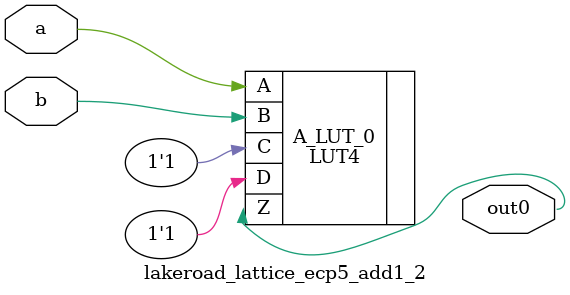
<source format=v>
/* Generated by Yosys 0.16+41 (git sha1 29c0a5958, x86_64-apple-darwin20.2-clang 10.0.0-4ubuntu1 -fPIC -Os) */

module lakeroad_lattice_ecp5_add1_2(a, b, out0);
  wire _0_;
  wire _1_;
  wire _2_;
  wire _3_;
  wire _4_;
  wire _5_;
  wire _6_;
  input a;
  wire a;
  input b;
  wire b;
  output out0;
  wire out0;
  LUT4 #(
    .INIT(16'h6fff)
  ) A_LUT_0 (
    .A(a),
    .B(b),
    .C(1'h1),
    .D(1'h1),
    .Z(out0)
  );
  LUT4 #(
    .INIT(16'h0000)
  ) B_LUT_1 (
    .A(1'h0),
    .B(1'h0),
    .C(1'h0),
    .D(1'h0),
    .Z(_6_)
  );
  LUT4 #(
    .INIT(16'h0000)
  ) C_LUT_2 (
    .A(1'h0),
    .B(1'h0),
    .C(1'h0),
    .D(1'h0),
    .Z(_5_)
  );
  LUT4 #(
    .INIT(16'h0000)
  ) D_LUT_3 (
    .A(1'h0),
    .B(1'h0),
    .C(1'h0),
    .D(1'h0),
    .Z(_4_)
  );
  LUT4 #(
    .INIT(16'h0000)
  ) E_LUT_4 (
    .A(1'h0),
    .B(1'h0),
    .C(1'h0),
    .D(1'h0),
    .Z(_3_)
  );
  LUT4 #(
    .INIT(16'h0000)
  ) F_LUT_5 (
    .A(1'h0),
    .B(1'h0),
    .C(1'h0),
    .D(1'h0),
    .Z(_2_)
  );
  LUT4 #(
    .INIT(16'h0000)
  ) G_LUT_6 (
    .A(1'h0),
    .B(1'h0),
    .C(1'h0),
    .D(1'h0),
    .Z(_1_)
  );
  LUT4 #(
    .INIT(16'h0000)
  ) H_LUT_7 (
    .A(1'h0),
    .B(1'h0),
    .C(1'h0),
    .D(1'h0),
    .Z(_0_)
  );
endmodule


</source>
